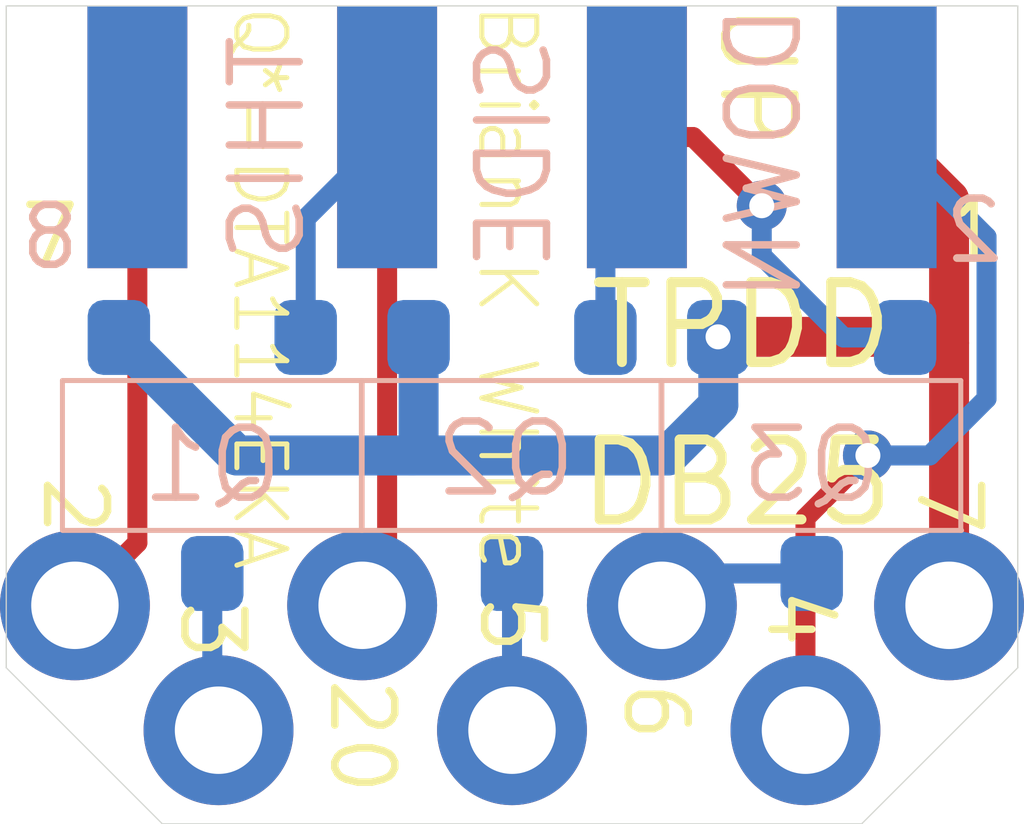
<source format=kicad_pcb>
(kicad_pcb (version 20171130) (host pcbnew 5.1.2-f72e74a~84~ubuntu19.04.1)

  (general
    (thickness 1.6)
    (drawings 24)
    (tracks 39)
    (zones 0)
    (modules 5)
    (nets 11)
  )

  (page USLetter)
  (layers
    (0 Top signal)
    (31 Bottom signal)
    (32 B.Adhes user hide)
    (33 F.Adhes user hide)
    (34 B.Paste user hide)
    (35 F.Paste user hide)
    (36 B.SilkS user)
    (37 F.SilkS user)
    (38 B.Mask user hide)
    (39 F.Mask user hide)
    (40 Dwgs.User user hide)
    (41 Cmts.User user hide)
    (42 Eco1.User user hide)
    (43 Eco2.User user hide)
    (44 Edge.Cuts user)
    (45 Margin user hide)
    (46 B.CrtYd user hide)
    (47 F.CrtYd user hide)
    (48 B.Fab user hide)
    (49 F.Fab user hide)
  )

  (setup
    (last_trace_width 0.2032)
    (user_trace_width 0.4064)
    (trace_clearance 0.1524)
    (zone_clearance 0.508)
    (zone_45_only no)
    (trace_min 0.1524)
    (via_size 0.508)
    (via_drill 0.254)
    (via_min_size 0.508)
    (via_min_drill 0.254)
    (user_via 0.6096 0.3048)
    (uvia_size 0.508)
    (uvia_drill 0.254)
    (uvias_allowed no)
    (uvia_min_size 0.508)
    (uvia_min_drill 0.254)
    (edge_width 0.0127)
    (segment_width 0.2032)
    (pcb_text_width 0.1524)
    (pcb_text_size 1.2192 1.2192)
    (mod_edge_width 0.0508)
    (mod_text_size 0.6096 0.6096)
    (mod_text_width 0.0508)
    (pad_size 1.524 1.524)
    (pad_drill 0.889)
    (pad_to_mask_clearance 0)
    (aux_axis_origin 0 0)
    (grid_origin 144.866 86.9315)
    (visible_elements FFFFFF7F)
    (pcbplotparams
      (layerselection 0x010fc_ffffffff)
      (usegerberextensions false)
      (usegerberattributes false)
      (usegerberadvancedattributes false)
      (creategerberjobfile false)
      (excludeedgelayer true)
      (linewidth 0.100000)
      (plotframeref false)
      (viasonmask false)
      (mode 1)
      (useauxorigin false)
      (hpglpennumber 1)
      (hpglpenspeed 20)
      (hpglpendiameter 15.000000)
      (psnegative false)
      (psa4output false)
      (plotreference true)
      (plotvalue true)
      (plotinvisibletext false)
      (padsonsilk false)
      (subtractmaskfromsilk false)
      (outputformat 1)
      (mirror false)
      (drillshape 1)
      (scaleselection 1)
      (outputdirectory ""))
  )

  (net 0 "")
  (net 1 /RX_232)
  (net 2 /RTS)
  (net 3 /CTS_232)
  (net 4 /DSR_232)
  (net 5 GNDS)
  (net 6 /DTR)
  (net 7 /RX_TTL)
  (net 8 /CTS_TTL)
  (net 9 /DSR_TTL)
  (net 10 /TX)

  (net_class Default "This is the default net class."
    (clearance 0.1524)
    (trace_width 0.2032)
    (via_dia 0.508)
    (via_drill 0.254)
    (uvia_dia 0.508)
    (uvia_drill 0.254)
    (diff_pair_width 0.2032)
    (diff_pair_gap 0.254)
    (add_net /CTS_232)
    (add_net /CTS_TTL)
    (add_net /DSR_232)
    (add_net /DSR_TTL)
    (add_net /DTR)
    (add_net /RTS)
    (add_net /RX_232)
    (add_net /RX_TTL)
    (add_net /TX)
    (add_net GNDS)
  )

  (module 000_LOCAL:SSQ-104-01-G-D (layer Top) (tedit 5D284CBD) (tstamp 5D26B713)
    (at 148.803 82.296)
    (path /5D30AFD8)
    (fp_text reference J2 (at -1.27 -0.127 -90 unlocked) (layer F.SilkS) hide
      (effects (font (size 0.6096 0.6096) (thickness 0.0508)))
    )
    (fp_text value TPDD (at -3.81 2.286) (layer F.Fab)
      (effects (font (size 0.4572 0.4572) (thickness 0.00254)))
    )
    (fp_text user 8 (at -8.509 1.016 unlocked) (layer B.SilkS)
      (effects (font (size 0.6096 0.6096) (thickness 0.0762)) (justify mirror))
    )
    (fp_text user 2 (at 0.889 0.9525 unlocked) (layer B.SilkS)
      (effects (font (size 0.6096 0.6096) (thickness 0.0762)) (justify mirror))
    )
    (fp_text user 7 (at -8.509 1.016 unlocked) (layer F.SilkS)
      (effects (font (size 0.6096 0.6096) (thickness 0.0762)))
    )
    (fp_text user 1 (at 0.889 0.9525 unlocked) (layer F.SilkS)
      (effects (font (size 0.6096 0.6096) (thickness 0.0762)))
    )
    (pad 2 smd rect (at 0 0) (size 1.016 2.667) (layers Bottom B.Paste B.Mask)
      (net 2 /RTS))
    (pad 4 smd rect (at -2.54 0) (size 1.016 2.667) (layers Bottom B.Paste B.Mask)
      (net 8 /CTS_TTL))
    (pad 6 smd rect (at -5.08 0) (size 1.016 2.667) (layers Bottom B.Paste B.Mask)
      (net 7 /RX_TTL))
    (pad 8 smd rect (at -7.62 0) (size 1.016 2.667) (layers Bottom B.Paste B.Mask))
    (pad 7 smd rect (at -7.62 0) (size 1.016 2.667) (layers Top F.Paste F.Mask)
      (net 10 /TX))
    (pad 5 smd rect (at -5.08 0) (size 1.016 2.667) (layers Top F.Paste F.Mask)
      (net 6 /DTR))
    (pad 3 smd rect (at -2.54 0) (size 1.016 2.667) (layers Top F.Paste F.Mask)
      (net 9 /DSR_TTL))
    (pad 1 smd rect (at 0 0) (size 1.016 2.667) (layers Top F.Paste F.Mask)
      (net 5 GNDS))
    (model ${KIPRJMOD}/000_LOCAL.pretty/3d/SSQ-104-01-G-D.step
      (offset (xyz 0 1.27 0.381))
      (scale (xyz 1 1 1))
      (rotate (xyz 0 90 90))
    )
  )

  (module 000_LOCAL:1x7x2mm (layer Top) (tedit 5D28423B) (tstamp 5D2863E8)
    (at 146.1995 86.8045)
    (descr "Through hole straight pin header, 1x07, 1.27mm pitch, single row")
    (tags "Through hole pin header THT 1x07 1.27mm single row")
    (path /5D2F62A9)
    (fp_text reference J1 (at 0 -1.695) (layer F.SilkS) hide
      (effects (font (size 1 1) (thickness 0.15)))
    )
    (fp_text value Conn_01x07 (at 0 9.315 180 unlocked) (layer F.Fab) hide
      (effects (font (size 1 1) (thickness 0.15)))
    )
    (fp_text user %R (at 0 3.81 90) (layer F.Fab) hide
      (effects (font (size 1 1) (thickness 0.15)))
    )
    (pad 7 thru_hole circle (at -5.6515 0.254 270) (size 1.524 1.524) (drill 0.889) (layers *.Cu *.Mask)
      (net 10 /TX))
    (pad 6 thru_hole circle (at -4.191 1.524 270) (size 1.524 1.524) (drill 0.889) (layers *.Cu *.Mask)
      (net 1 /RX_232))
    (pad 5 thru_hole circle (at -2.7305 0.254 270) (size 1.524 1.524) (drill 0.889) (layers *.Cu *.Mask)
      (net 6 /DTR))
    (pad 4 thru_hole circle (at -1.2065 1.524 270) (size 1.524 1.524) (drill 0.889) (layers *.Cu *.Mask)
      (net 3 /CTS_232))
    (pad 3 thru_hole circle (at 0.3175 0.254 270) (size 1.524 1.524) (drill 0.889) (layers *.Cu *.Mask)
      (net 4 /DSR_232))
    (pad 2 thru_hole circle (at 1.778 1.524 270) (size 1.524 1.524) (drill 0.889) (layers *.Cu *.Mask)
      (net 2 /RTS))
    (pad 1 thru_hole circle (at 3.2385 0.254 270) (size 1.524 1.524) (drill 0.889) (layers *.Cu *.Mask)
      (net 5 GNDS))
    (model ${KISYS3DMOD}/Pin_Headers.3dshapes/Pin_Header_Straight_1x07_Pitch1.27mm.wrl
      (at (xyz 0 0 0))
      (scale (xyz 1 1 1))
      (rotate (xyz 0 0 0))
    )
  )

  (module 000_LOCAL:SC-59 (layer Bottom) (tedit 5D269DED) (tstamp 5D267BEC)
    (at 141.945 85.5345 270)
    (descr "SC-59, https://lib.chipdip.ru/images/import_diod/original/SOT-23_SC-59.jpg")
    (tags SC-59)
    (path /5D26D98F)
    (attr smd)
    (fp_text reference Q1 (at -0.3175 0.762 unlocked) (layer B.SilkS)
      (effects (font (size 0.7112 0.7112) (thickness 0.0762)) (justify right top mirror))
    )
    (fp_text value DTA114E (at -1.905 -3.175 90) (layer B.Fab) hide
      (effects (font (size 1.2065 1.2065) (thickness 0.1016)) (justify right top mirror))
    )
    (fp_line (start -0.762 -1.516) (end 0.762 -1.516) (layer B.SilkS) (width 0.0508))
    (fp_line (start -0.762 1.524) (end 0.762 1.524) (layer B.SilkS) (width 0.0508))
    (fp_line (start -0.762 1.524) (end -0.762 -1.516) (layer B.SilkS) (width 0.0508))
    (fp_text user %R (at 0 0) (layer B.Fab) hide
      (effects (font (size 0.5 0.5) (thickness 0.075)) (justify mirror))
    )
    (fp_line (start 0.762 1.516) (end 0.762 -1.524) (layer B.SilkS) (width 0.0508))
    (pad 1 smd roundrect (at -1.2 0.95 270) (size 0.762 0.635) (layers Bottom B.Paste B.Mask) (roundrect_rratio 0.25)
      (net 5 GNDS))
    (pad 2 smd roundrect (at -1.2 -0.95 270) (size 0.762 0.635) (layers Bottom B.Paste B.Mask) (roundrect_rratio 0.25)
      (net 7 /RX_TTL))
    (pad 3 smd roundrect (at 1.2 0 270) (size 0.762 0.635) (layers Bottom B.Paste B.Mask) (roundrect_rratio 0.25)
      (net 1 /RX_232))
    (model ${KIPRJMOD}/000_LOCAL.pretty/3d/SC-59.step
      (at (xyz 0 0 0))
      (scale (xyz 1 1 1))
      (rotate (xyz 0 0 0))
    )
  )

  (module 000_LOCAL:SC-59 (layer Bottom) (tedit 5D269DED) (tstamp 5D2673BD)
    (at 148.041 85.5345 270)
    (descr "SC-59, https://lib.chipdip.ru/images/import_diod/original/SOT-23_SC-59.jpg")
    (tags SC-59)
    (path /5D27E90F)
    (attr smd)
    (fp_text reference Q3 (at -0.3175 0.762 unlocked) (layer B.SilkS)
      (effects (font (size 0.7112 0.7112) (thickness 0.0762)) (justify right top mirror))
    )
    (fp_text value DTA114E (at -1.905 -3.175 90) (layer B.Fab) hide
      (effects (font (size 1.2065 1.2065) (thickness 0.1016)) (justify right top mirror))
    )
    (fp_line (start -0.762 -1.516) (end 0.762 -1.516) (layer B.SilkS) (width 0.0508))
    (fp_line (start -0.762 1.524) (end 0.762 1.524) (layer B.SilkS) (width 0.0508))
    (fp_line (start -0.762 1.524) (end -0.762 -1.516) (layer B.SilkS) (width 0.0508))
    (fp_text user %R (at 0 0) (layer B.Fab) hide
      (effects (font (size 0.5 0.5) (thickness 0.075)) (justify mirror))
    )
    (fp_line (start 0.762 1.516) (end 0.762 -1.524) (layer B.SilkS) (width 0.0508))
    (pad 1 smd roundrect (at -1.2 0.95 270) (size 0.762 0.635) (layers Bottom B.Paste B.Mask) (roundrect_rratio 0.25)
      (net 5 GNDS))
    (pad 2 smd roundrect (at -1.2 -0.95 270) (size 0.762 0.635) (layers Bottom B.Paste B.Mask) (roundrect_rratio 0.25)
      (net 9 /DSR_TTL))
    (pad 3 smd roundrect (at 1.2 0 270) (size 0.762 0.635) (layers Bottom B.Paste B.Mask) (roundrect_rratio 0.25)
      (net 4 /DSR_232))
    (model ${KIPRJMOD}/000_LOCAL.pretty/3d/SC-59.step
      (at (xyz 0 0 0))
      (scale (xyz 1 1 1))
      (rotate (xyz 0 0 0))
    )
  )

  (module 000_LOCAL:SC-59 (layer Bottom) (tedit 5D269DED) (tstamp 5D2853BF)
    (at 144.993 85.5345 270)
    (descr "SC-59, https://lib.chipdip.ru/images/import_diod/original/SOT-23_SC-59.jpg")
    (tags SC-59)
    (path /5D27D76F)
    (attr smd)
    (fp_text reference Q2 (at -0.381 0.8255 unlocked) (layer B.SilkS)
      (effects (font (size 0.7112 0.7112) (thickness 0.0762)) (justify right top mirror))
    )
    (fp_text value DTA114E (at -1.905 -3.175 90) (layer B.Fab) hide
      (effects (font (size 1.2065 1.2065) (thickness 0.1016)) (justify right top mirror))
    )
    (fp_line (start -0.762 -1.516) (end 0.762 -1.516) (layer B.SilkS) (width 0.0508))
    (fp_line (start -0.762 1.524) (end 0.762 1.524) (layer B.SilkS) (width 0.0508))
    (fp_line (start -0.762 1.524) (end -0.762 -1.516) (layer B.SilkS) (width 0.0508))
    (fp_text user %R (at 0 0) (layer B.Fab) hide
      (effects (font (size 0.5 0.5) (thickness 0.075)) (justify mirror))
    )
    (fp_line (start 0.762 1.516) (end 0.762 -1.524) (layer B.SilkS) (width 0.0508))
    (pad 1 smd roundrect (at -1.2 0.95 270) (size 0.762 0.635) (layers Bottom B.Paste B.Mask) (roundrect_rratio 0.25)
      (net 5 GNDS))
    (pad 2 smd roundrect (at -1.2 -0.95 270) (size 0.762 0.635) (layers Bottom B.Paste B.Mask) (roundrect_rratio 0.25)
      (net 8 /CTS_TTL))
    (pad 3 smd roundrect (at 1.2 0 270) (size 0.762 0.635) (layers Bottom B.Paste B.Mask) (roundrect_rratio 0.25)
      (net 3 /CTS_232))
    (model ${KIPRJMOD}/000_LOCAL.pretty/3d/SC-59.step
      (at (xyz 0 0 0))
      (scale (xyz 1 1 1))
      (rotate (xyz 0 0 0))
    )
  )

  (gr_text UP (at 147.4822 81.6737 -90) (layer F.SilkS)
    (effects (font (size 0.7112 0.7112) (thickness 0.0762)))
  )
  (gr_text THIS (at 142.5038 82.4103 -270) (layer B.SilkS) (tstamp 5D287BCE)
    (effects (font (size 0.7112 0.7112) (thickness 0.0762)) (justify mirror))
  )
  (gr_text SIDE (at 145.0184 82.4611 -270) (layer B.SilkS) (tstamp 5D287BBC)
    (effects (font (size 0.7112 0.7112) (thickness 0.0762)) (justify mirror))
  )
  (gr_text Q*=DTA114EKA (at 142.4276 83.8327 -90) (layer F.SilkS)
    (effects (font (size 0.508 0.508) (thickness 0.0508)))
  )
  (gr_text DB25 (at 147.279 85.8139) (layer F.SilkS) (tstamp 5D287198)
    (effects (font (size 0.8128 0.8128) (thickness 0.1016)))
  )
  (gr_line (start 141.437 89.281) (end 148.549 89.281) (layer Edge.Cuts) (width 0.0127) (tstamp 5D286780))
  (gr_line (start 150.1365 80.9625) (end 150.1365 87.6935) (layer Edge.Cuts) (width 0.0127) (tstamp 5D286775))
  (gr_line (start 150.1365 87.6935) (end 148.549 89.281) (layer Edge.Cuts) (width 0.0127))
  (gr_line (start 139.8495 80.9625) (end 150.1365 80.9625) (layer Edge.Cuts) (width 0.0127) (tstamp 5D286707))
  (gr_line (start 139.8495 87.6935) (end 141.437 89.281) (layer Edge.Cuts) (width 0.0127))
  (gr_line (start 139.8495 80.9625) (end 139.8495 87.6935) (layer Edge.Cuts) (width 0.0127))
  (gr_text "Brian K White" (at 144.9422 83.8327 -90) (layer F.SilkS)
    (effects (font (size 0.5588 0.5588) (thickness 0.0508)))
  )
  (gr_text DOWN (at 147.5584 82.4611 -270) (layer B.SilkS) (tstamp 5D268CA3)
    (effects (font (size 0.7112 0.7112) (thickness 0.0762)) (justify mirror))
  )
  (gr_text 4 (at 147.914 87.1855 -90) (layer F.SilkS) (tstamp 5D268C6F)
    (effects (font (size 0.6096 0.6096) (thickness 0.0762)))
  )
  (gr_text 5 (at 144.993 87.249 -90) (layer F.SilkS) (tstamp 5D268C56)
    (effects (font (size 0.6096 0.6096) (thickness 0.0762)))
  )
  (gr_text 3 (at 141.945 87.3125 -90) (layer F.SilkS)
    (effects (font (size 0.6096 0.6096) (thickness 0.0762)))
  )
  (gr_text 2 (at 140.548 86.0425 -90) (layer F.SilkS) (tstamp 5D268ACB)
    (effects (font (size 0.6096 0.6096) (thickness 0.0762)))
  )
  (gr_text 20 (at 143.469 88.392 -90) (layer F.SilkS) (tstamp 5D268AC8)
    (effects (font (size 0.6096 0.6096) (thickness 0.0762)))
  )
  (gr_text 6 (at 146.4535 88.138 -90) (layer F.SilkS) (tstamp 5D268AC5)
    (effects (font (size 0.6096 0.6096) (thickness 0.0762)))
  )
  (gr_text 7 (at 149.438 86.0425 -90) (layer F.SilkS)
    (effects (font (size 0.6096 0.6096) (thickness 0.0762)))
  )
  (gr_text TPDD (at 147.3298 84.2137) (layer F.SilkS) (tstamp 5D268A2F)
    (effects (font (size 0.8128 0.8128) (thickness 0.1016)))
  )
  (gr_line (start 134.9629 100.2411) (end 154.7749 100.2411) (layer Dwgs.User) (width 0.1) (tstamp 5D238491))
  (gr_line (start 127.0889 89.4461) (end 134.9629 100.2411) (layer Dwgs.User) (width 0.1) (tstamp 5D238494))
  (gr_line (start 162.6489 89.4461) (end 154.7749 100.2411) (layer Dwgs.User) (width 0.1) (tstamp 5D23848E))

  (segment (start 141.945 88.265) (end 142.0085 88.3285) (width 0.2032) (layer Bottom) (net 1))
  (segment (start 141.945 86.7345) (end 141.945 88.265) (width 0.2032) (layer Bottom) (net 1))
  (via (at 148.6125 85.5345) (size 0.508) (drill 0.254) (layers Top Bottom) (net 2))
  (segment (start 147.9775 86.1695) (end 148.6125 85.5345) (width 0.2032) (layer Top) (net 2))
  (segment (start 147.9775 88.3285) (end 147.9775 86.1695) (width 0.2032) (layer Top) (net 2))
  (segment (start 148.6125 85.5345) (end 149.24114 85.5345) (width 0.2032) (layer Bottom) (net 2))
  (segment (start 149.24114 85.5345) (end 149.819 84.95664) (width 0.2032) (layer Bottom) (net 2))
  (segment (start 149.819 83.312) (end 148.803 82.296) (width 0.2032) (layer Bottom) (net 2))
  (segment (start 149.819 84.95664) (end 149.819 83.312) (width 0.2032) (layer Bottom) (net 2))
  (segment (start 144.993 86.7345) (end 144.993 88.3285) (width 0.2032) (layer Bottom) (net 3))
  (segment (start 146.841 86.7345) (end 146.517 87.0585) (width 0.2032) (layer Bottom) (net 4))
  (segment (start 148.041 86.7345) (end 146.841 86.7345) (width 0.2032) (layer Bottom) (net 4))
  (via (at 147.0885 84.328) (size 0.508) (drill 0.254) (layers Top Bottom) (net 5))
  (segment (start 148.803 82.296) (end 149.438 82.931) (width 0.4064) (layer Top) (net 5))
  (segment (start 147.0885 84.328) (end 149.3745 84.328) (width 0.4064) (layer Top) (net 5))
  (segment (start 149.438 82.931) (end 149.438 84.3915) (width 0.4064) (layer Top) (net 5))
  (segment (start 149.3745 84.328) (end 149.438 84.3915) (width 0.4064) (layer Top) (net 5))
  (segment (start 149.438 84.3915) (end 149.438 87.0585) (width 0.4064) (layer Top) (net 5))
  (segment (start 147.091 84.3345) (end 147.091 85.024) (width 0.4064) (layer Bottom) (net 5))
  (segment (start 147.091 85.024) (end 146.5805 85.5345) (width 0.4064) (layer Bottom) (net 5))
  (segment (start 142.195 85.5345) (end 140.995 84.3345) (width 0.4064) (layer Bottom) (net 5))
  (segment (start 146.5805 85.5345) (end 143.977 85.5345) (width 0.4064) (layer Bottom) (net 5))
  (segment (start 144.043 85.4685) (end 143.977 85.5345) (width 0.4064) (layer Bottom) (net 5))
  (segment (start 144.043 84.3345) (end 144.043 85.4685) (width 0.4064) (layer Bottom) (net 5))
  (segment (start 143.977 85.5345) (end 142.195 85.5345) (width 0.4064) (layer Bottom) (net 5))
  (segment (start 143.723 86.8045) (end 143.469 87.0585) (width 0.2032) (layer Top) (net 6))
  (segment (start 143.723 82.296) (end 143.723 86.8045) (width 0.2032) (layer Top) (net 6))
  (segment (start 142.895 83.124) (end 143.723 82.296) (width 0.2032) (layer Bottom) (net 7))
  (segment (start 142.895 84.3345) (end 142.895 83.124) (width 0.2032) (layer Bottom) (net 7))
  (segment (start 145.943 82.616) (end 146.263 82.296) (width 0.2032) (layer Bottom) (net 8))
  (segment (start 145.943 84.3345) (end 145.943 82.616) (width 0.2032) (layer Bottom) (net 8))
  (via (at 147.533 82.9945) (size 0.508) (drill 0.254) (layers Top Bottom) (net 9))
  (segment (start 147.533 83.5025) (end 147.533 82.9945) (width 0.2032) (layer Bottom) (net 9))
  (segment (start 148.991 84.3345) (end 148.365 84.3345) (width 0.2032) (layer Bottom) (net 9))
  (segment (start 148.365 84.3345) (end 147.533 83.5025) (width 0.2032) (layer Bottom) (net 9))
  (segment (start 146.8345 82.296) (end 146.263 82.296) (width 0.2032) (layer Top) (net 9))
  (segment (start 147.533 82.9945) (end 146.8345 82.296) (width 0.2032) (layer Top) (net 9))
  (segment (start 141.183 86.4235) (end 140.548 87.0585) (width 0.2032) (layer Top) (net 10))
  (segment (start 141.183 82.296) (end 141.183 86.4235) (width 0.2032) (layer Top) (net 10))

)

</source>
